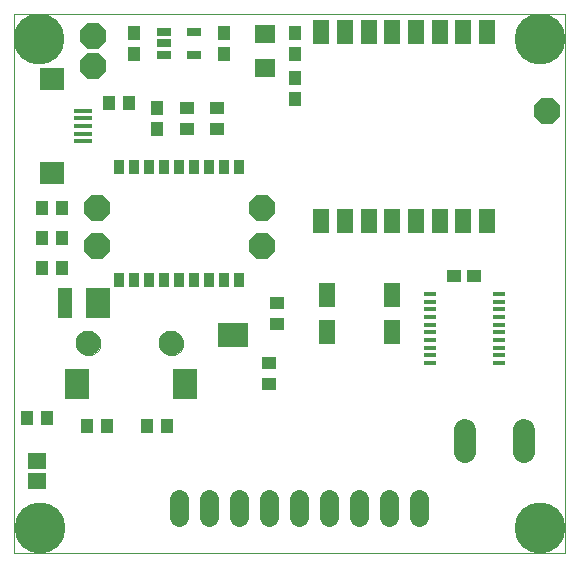
<source format=gts>
G75*
G70*
%OFA0B0*%
%FSLAX24Y24*%
%IPPOS*%
%LPD*%
%AMOC8*
5,1,8,0,0,1.08239X$1,22.5*
%
%ADD10C,0.0000*%
%ADD11R,0.0473X0.0434*%
%ADD12R,0.0670X0.0591*%
%ADD13R,0.0434X0.0473*%
%ADD14R,0.0827X0.1024*%
%ADD15R,0.1024X0.0827*%
%ADD16R,0.0512X0.1024*%
%ADD17C,0.0827*%
%ADD18R,0.0631X0.0552*%
%ADD19C,0.0745*%
%ADD20R,0.0552X0.0827*%
%ADD21OC8,0.0890*%
%ADD22R,0.0552X0.0788*%
%ADD23R,0.0591X0.0178*%
%ADD24R,0.0788X0.0749*%
%ADD25C,0.0640*%
%ADD26R,0.0340X0.0490*%
%ADD27R,0.0430X0.0160*%
%ADD28R,0.0512X0.0257*%
%ADD29C,0.1700*%
D10*
X000180Y000180D02*
X000180Y018176D01*
X018550Y018176D01*
X018550Y000180D01*
X000180Y000180D01*
X002264Y007180D02*
X002266Y007219D01*
X002272Y007258D01*
X002282Y007296D01*
X002295Y007333D01*
X002312Y007368D01*
X002332Y007402D01*
X002356Y007433D01*
X002383Y007462D01*
X002412Y007488D01*
X002444Y007511D01*
X002478Y007531D01*
X002514Y007547D01*
X002551Y007559D01*
X002590Y007568D01*
X002629Y007573D01*
X002668Y007574D01*
X002707Y007571D01*
X002746Y007564D01*
X002783Y007553D01*
X002820Y007539D01*
X002855Y007521D01*
X002888Y007500D01*
X002919Y007475D01*
X002947Y007448D01*
X002972Y007418D01*
X002994Y007385D01*
X003013Y007351D01*
X003028Y007315D01*
X003040Y007277D01*
X003048Y007239D01*
X003052Y007200D01*
X003052Y007160D01*
X003048Y007121D01*
X003040Y007083D01*
X003028Y007045D01*
X003013Y007009D01*
X002994Y006975D01*
X002972Y006942D01*
X002947Y006912D01*
X002919Y006885D01*
X002888Y006860D01*
X002855Y006839D01*
X002820Y006821D01*
X002783Y006807D01*
X002746Y006796D01*
X002707Y006789D01*
X002668Y006786D01*
X002629Y006787D01*
X002590Y006792D01*
X002551Y006801D01*
X002514Y006813D01*
X002478Y006829D01*
X002444Y006849D01*
X002412Y006872D01*
X002383Y006898D01*
X002356Y006927D01*
X002332Y006958D01*
X002312Y006992D01*
X002295Y007027D01*
X002282Y007064D01*
X002272Y007102D01*
X002266Y007141D01*
X002264Y007180D01*
X005020Y007180D02*
X005022Y007219D01*
X005028Y007258D01*
X005038Y007296D01*
X005051Y007333D01*
X005068Y007368D01*
X005088Y007402D01*
X005112Y007433D01*
X005139Y007462D01*
X005168Y007488D01*
X005200Y007511D01*
X005234Y007531D01*
X005270Y007547D01*
X005307Y007559D01*
X005346Y007568D01*
X005385Y007573D01*
X005424Y007574D01*
X005463Y007571D01*
X005502Y007564D01*
X005539Y007553D01*
X005576Y007539D01*
X005611Y007521D01*
X005644Y007500D01*
X005675Y007475D01*
X005703Y007448D01*
X005728Y007418D01*
X005750Y007385D01*
X005769Y007351D01*
X005784Y007315D01*
X005796Y007277D01*
X005804Y007239D01*
X005808Y007200D01*
X005808Y007160D01*
X005804Y007121D01*
X005796Y007083D01*
X005784Y007045D01*
X005769Y007009D01*
X005750Y006975D01*
X005728Y006942D01*
X005703Y006912D01*
X005675Y006885D01*
X005644Y006860D01*
X005611Y006839D01*
X005576Y006821D01*
X005539Y006807D01*
X005502Y006796D01*
X005463Y006789D01*
X005424Y006786D01*
X005385Y006787D01*
X005346Y006792D01*
X005307Y006801D01*
X005270Y006813D01*
X005234Y006829D01*
X005200Y006849D01*
X005168Y006872D01*
X005139Y006898D01*
X005112Y006927D01*
X005088Y006958D01*
X005068Y006992D01*
X005051Y007027D01*
X005038Y007064D01*
X005028Y007102D01*
X005022Y007141D01*
X005020Y007180D01*
D11*
X008680Y006515D03*
X008680Y005845D03*
X008930Y007845D03*
X008930Y008515D03*
X014845Y009430D03*
X015515Y009430D03*
X006930Y014345D03*
X006930Y015015D03*
X005930Y015015D03*
X005930Y014345D03*
D12*
X008555Y016379D03*
X008555Y017481D03*
D13*
X009555Y017515D03*
X009555Y016845D03*
X009555Y016015D03*
X009555Y015345D03*
X007180Y016845D03*
X007180Y017515D03*
X004930Y015015D03*
X004930Y014345D03*
X004015Y015180D03*
X003345Y015180D03*
X004180Y016845D03*
X004180Y017515D03*
X001765Y011680D03*
X001095Y011680D03*
X001095Y010680D03*
X001765Y010680D03*
X001765Y009680D03*
X001095Y009680D03*
X001265Y004680D03*
X000595Y004680D03*
X002595Y004430D03*
X003265Y004430D03*
X004595Y004430D03*
X005265Y004430D03*
D14*
X005886Y005822D03*
X002973Y008538D03*
X002264Y005822D03*
D15*
X007481Y007475D03*
D16*
X001871Y008538D03*
D17*
X002658Y007180D03*
X005414Y007180D03*
D18*
X000930Y003265D03*
X000930Y002595D03*
D19*
X015196Y003578D02*
X015196Y004283D01*
X017164Y004283D02*
X017164Y003578D01*
D20*
X015936Y011260D03*
X015149Y011260D03*
X014361Y011260D03*
X013574Y011260D03*
X012786Y011260D03*
X011999Y011260D03*
X011211Y011260D03*
X010424Y011260D03*
X010424Y017560D03*
X011211Y017560D03*
X011999Y017560D03*
X012786Y017560D03*
X013574Y017560D03*
X014361Y017560D03*
X015149Y017560D03*
X015936Y017560D03*
D21*
X017930Y014930D03*
X008430Y011680D03*
X008430Y010430D03*
X002930Y010430D03*
X002930Y011680D03*
X002805Y016430D03*
X002805Y017430D03*
D22*
X010597Y008810D03*
X010597Y007550D03*
X012763Y007550D03*
X012763Y008810D03*
D23*
X002473Y013918D03*
X002473Y014174D03*
X002473Y014430D03*
X002473Y014686D03*
X002473Y014942D03*
D24*
X001430Y016005D03*
X001430Y012855D03*
D25*
X005680Y001980D02*
X005680Y001380D01*
X006680Y001380D02*
X006680Y001980D01*
X007680Y001980D02*
X007680Y001380D01*
X008680Y001380D02*
X008680Y001980D01*
X009680Y001980D02*
X009680Y001380D01*
X010680Y001380D02*
X010680Y001980D01*
X011680Y001980D02*
X011680Y001380D01*
X012680Y001380D02*
X012680Y001980D01*
X013680Y001980D02*
X013680Y001380D01*
D26*
X007680Y009295D03*
X007180Y009295D03*
X006680Y009295D03*
X006180Y009295D03*
X005680Y009295D03*
X005180Y009295D03*
X004680Y009295D03*
X004180Y009295D03*
X003680Y009295D03*
X003680Y013065D03*
X004180Y013065D03*
X004680Y013065D03*
X005180Y013065D03*
X005680Y013065D03*
X006180Y013065D03*
X006680Y013065D03*
X007180Y013065D03*
X007680Y013065D03*
D27*
X014031Y008832D03*
X014031Y008576D03*
X014031Y008320D03*
X014031Y008064D03*
X014031Y007808D03*
X014031Y007552D03*
X014031Y007296D03*
X014031Y007040D03*
X014031Y006784D03*
X014031Y006528D03*
X016329Y006528D03*
X016329Y006784D03*
X016329Y007040D03*
X016329Y007296D03*
X016329Y007552D03*
X016329Y007808D03*
X016329Y008064D03*
X016329Y008320D03*
X016329Y008576D03*
X016329Y008832D03*
D28*
X006192Y016806D03*
X006192Y017554D03*
X005168Y017554D03*
X005168Y017180D03*
X005168Y016806D03*
D29*
X001020Y017340D03*
X017710Y017340D03*
X017700Y001030D03*
X001030Y001030D03*
M02*

</source>
